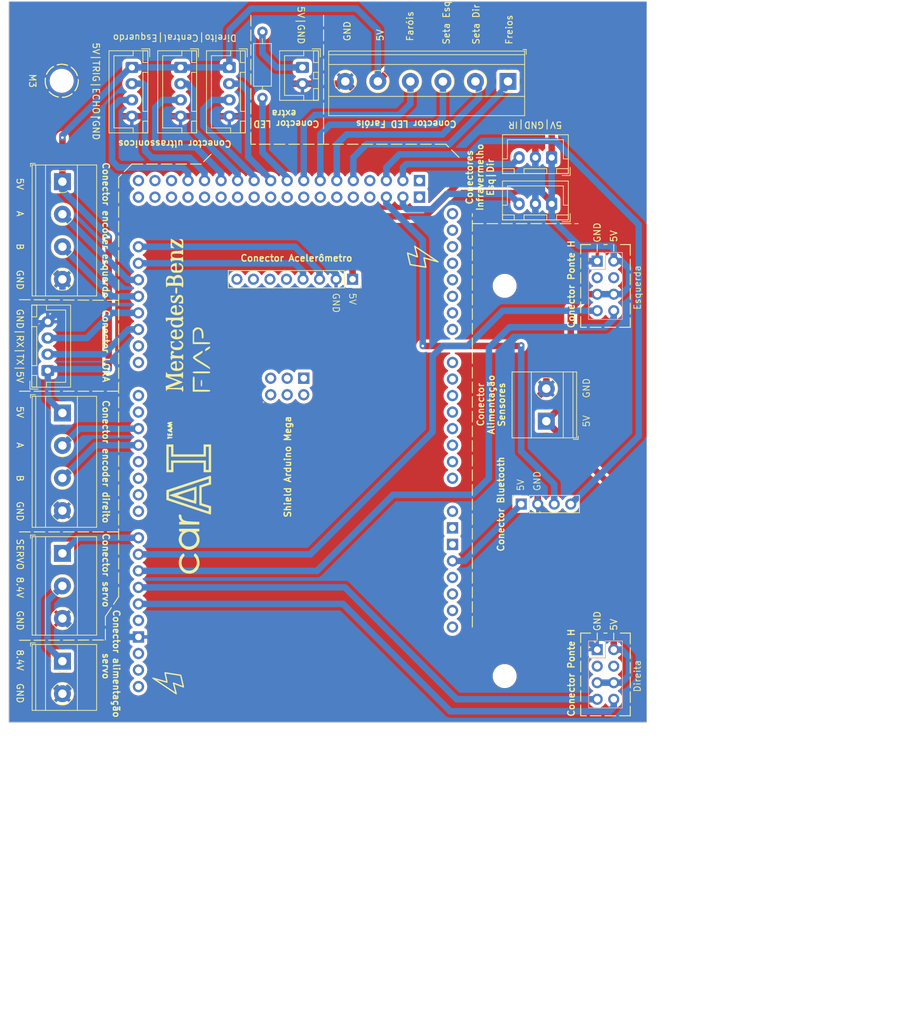
<source format=kicad_pcb>
(kicad_pcb (version 20221018) (generator pcbnew)
  (title_block (title "Shield Arduino Mega") (date "2023-09-07") (rev "2023-09-09"))
  (layers (0 "F.Cu" signal) (31 "B.Cu" signal) (34 "B.Paste" user) (35 "F.Paste" user) (36 "B.SilkS" user "B.Silkscreen") (37 "F.SilkS" user "F.Silkscreen") (38 "B.Mask" user) (39 "F.Mask" user) (44 "Edge.Cuts" user))
  (net 0 "")
  (net 2 "5V_Ard")
  (net 27 "ECHO_1")
  (net 28 "TRIG_1")
  (net 29 "Servo")
  (net 30 "ME2")
  (net 31 "ME1")
  (net 32 "MD2")
  (net 33 "MD1")
  (net 37 "LORA_TX")
  (net 38 "LORA_RX")
  (net 39 "A_SDA")
  (net 40 "A_SCL")
  (net 42 "ECHO_2")
  (net 43 "TRIG_2")
  (net 44 "ECHO_3")
  (net 45 "TRIG_3")
  (net 52 "Earth")
  (net 67 "5V_Sen")
  (net 68 "HC6_1")
  (net 69 "HC6_2")
  (net 70 "IR1")
  (net 71 "IR2")
  (net 72 "LED_Farois")
  (net 73 "LED_Seta_Esq")
  (net 74 "LED_Seta_Dir")
  (net 75 "LED_Freios")
  (net 76 "LED_Extra")
  (net 77 "ENCODER_Dir_1")
  (net 78 "ENCODER_Dir_2")
  (net 79 "ENCODER_Esq_1")
  (net 80 "ENCODER_Esq_2")
  (net 81 "8.4V_Ser")
  (net 84 "Net-(J17-Pin_1)")
  (footprint "TerminalBlock_Phoenix:TerminalBlock_Phoenix_MKDS-1,5-4_1x04_P5.00mm_Horizontal" (layer "F.Cu") (at 110.347 50.543 -90)
    (fp_text reference "J6" hide)
    (fp_text value "ENCO_SW_Esq")
  )
  (footprint "TerminalBlock_Phoenix:TerminalBlock_Phoenix_MKDS-1,5-4_1x04_P5.00mm_Horizontal" (layer "F.Cu") (at 110.347 86.073 -90)
    (fp_text reference "J7" hide)
    (fp_text value "ENCO_SW_Dir")
  )
  (footprint "Connector_JST:JST_XH_B3B-XH-A_1x03_P2.50mm_Vertical" (layer "F.Cu") (at 185.531 46.844 180)
    (fp_text reference "J15" hide)
    (fp_text value "Conector IR direito")
  )
  (footprint "LOGO" (layer "F.Cu") (at 165.719 62.067 90)
    (fp_text reference "G***" hide)
    (fp_text value "LOGO" hide)
  )
  (footprint "Connector_PinSocket_2.54mm:PinSocket_1x08_P2.54mm_Vertical" (layer "F.Cu") (at 154.94 65.532 -90)
    (fp_text reference "J9" hide)
    (fp_text value "Conector Acelerometro")
  )
  (footprint "Resistor_THT:R_Axial_DIN0207_L6.3mm_D2.5mm_P10.16mm_Horizontal" (layer "F.Cu") (at 141.088654 27.523 -90)
    (fp_text reference "R1" hide)
    (fp_text value "R")
  )
  (footprint "LOGO" (layer "F.Cu") (at 129.651 76.799 90)
    (fp_text reference "G***" hide)
    (fp_text value "LOGO" hide)
  )
  (footprint "TerminalBlock_Phoenix:TerminalBlock_Phoenix_MKDS-1,5-2_1x02_P5.00mm_Horizontal" (layer "F.Cu") (at 184.709 87.336 90)
    (fp_text reference "J5" hide)
    (fp_text value "Conector alimentacao sensores")
  )
  (footprint "TerminalBlock_Phoenix:TerminalBlock_Phoenix_MKDS-1,5-6_1x06_P5.00mm_Horizontal" (layer "F.Cu") (at 178.82109 35.143 180)
    (fp_text reference "J16" hide)
    (fp_text value "Conector LED Faróis")
  )
  (footprint "Connector_JST:JST_XH_B4B-XH-A_1x04_P2.50mm_Vertical" (layer "F.Cu") (at 121.015 32.993 -90)
    (fp_text reference "J11" hide)
    (fp_text value "Conector ultrassonico esquerdo")
  )
  (footprint "Connector_PinSocket_2.54mm:PinSocket_1x04_P2.54mm_Vertical" (layer "F.Cu") (at 180.848 100.076 90)
    (fp_text reference "J8" hide)
    (fp_text value "Conector bluetooth")
  )
  (footprint "Connector_JST:JST_XH_B3B-XH-A_1x03_P2.50mm_Vertical" (layer "F.Cu") (at 185.531 53.956 180)
    (fp_text reference "J14" hide)
    (fp_text value "Conector IR esquerdo")
  )
  (footprint "PCM_arduino-library:Arduino_Mega2560_R3_Shield_No_Holes" (layer "F.Cu") (at 172.831 146.903 90)
    (fp_text reference "XA1" hide)
    (fp_text value "Arduino_Mega2560_Shield_Mod")
  )
  (footprint "MountingHole:MountingHole_3.2mm_M3" (layer "F.Cu") (at 178.308 66.548)
    (fp_text reference "REF**" hide)
    (fp_text value "MountingHole_3.2mm_M3")
  )
  (footprint "Connector_JST:JST_XH_B4B-XH-A_1x04_P2.50mm_Vertical" (layer "F.Cu") (at 135.997436 32.993 -90)
    (fp_text reference "J13" hide)
    (fp_text value "Conector ultrassonico direito")
  )
  (footprint "TerminalBlock_Phoenix:TerminalBlock_Phoenix_MKDS-1,5-2_1x02_P5.00mm_Horizontal" (layer "F.Cu") (at 110.347 124.203 -90)
    (fp_text reference "J4" hide)
    (fp_text value "Conector alimentacao servo")
  )
  (footprint "TerminalBlock_Phoenix:TerminalBlock_Phoenix_MKDS-1,5-3_1x03_P5.00mm_Horizontal" (layer "F.Cu") (at 110.347 107.638 -90)
    (fp_text reference "J3" hide)
    (fp_text value "Conector servo")
  )
  (footprint "Connector_JST:JST_XH_B2B-XH-A_1x02_P2.50mm_Vertical" (layer "F.Cu") (at 147.229872 32.993 -90)
    (fp_text reference "J17" hide)
    (fp_text value "Conector LED Extra")
  )
  (footprint "LOGO" (layer "F.Cu") (at 126.603 127.599 -90)
    (fp_text reference "G***" hide)
    (fp_text value "LOGO" hide)
  )
  (footprint "MountingHole:MountingHole_3.2mm_M3" (layer "F.Cu") (at 110.236 35.052)
    (fp_text reference "REF**" hide)
    (fp_text value "MountingHole_3.2mm_M3")
  )
  (footprint "Connector_JST:JST_XH_B4B-XH-A_1x04_P2.50mm_Vertical" (layer "F.Cu") (at 128.506218 32.993 -90)
    (fp_text reference "J12" hide)
    (fp_text value "Conector ultrassonico central")
  )
  (footprint "Connector_JST:JST_XH_B4B-XH-A_1x04_P2.50mm_Vertical" (layer "F.Cu") (at 108.097 79.558 90)
    (fp_text reference "J10" hide)
    (fp_text value "Conector LORA")
  )
  (footprint "MountingHole:MountingHole_3.2mm_M3" (layer "F.Cu") (at 178.308 126.492)
    (fp_text reference "REF**" hide)
    (fp_text value "MountingHole_3.2mm_M3")
  )
  (footprint "Connector_PinSocket_2.54mm:PinSocket_2x04_P2.54mm_Vertical" (layer "B.Cu") (at 192.532 62.748 180)
    (fp_text reference "J1" hide)
    (fp_text value "Conector motor esquerdo")
  )
  (footprint "Connector_PinSocket_2.54mm:PinSocket_2x04_P2.54mm_Vertical" (layer "B.Cu") (at 192.532 122.428 180)
    (fp_text reference "J2" hide)
    (fp_text value "Conector motor direito")
  )
  (gr_line (start 139.303 24.983) (end 139.303 44.795) (stroke (width 0.15) (type dash)) (layer "F.SilkS"))
  (gr_line (start 173.339 56.987) (end 189.595 56.987) (stroke (width 0.15) (type dash)) (layer "F.SilkS"))
  (gr_line (start 150.479 24.983) (end 150.479 44.795) (stroke (width 0.15) (type dash)) (layer "F.SilkS"))
  (gr_line (start 121.015 47.843) (end 118.983 49.875) (stroke (width 0.15) (type dash)) (layer "F.SilkS"))
  (gr_line (start 171.307 46.827) (end 169.275 44.795) (stroke (width 0.15) (type dash)) (layer "F.SilkS"))
  (gr_line (start 116.951 117.348) (end 118.983 114.3) (stroke (width 0.15) (type dash)) (layer "F.SilkS"))
  (gr_line (start 197.612 132.588) (end 189.992 132.588) (stroke (width 0.15) (type dash)) (layer "F.SilkS"))
  (gr_line (start 189.992 119.888) (end 191.516 119.888) (stroke (width 0.15) (type dash)) (layer "F.SilkS"))
  (gr_line (start 195.072 119.888) (end 195.072 120.904) (stroke (width 0.15)) (layer "F.SilkS"))
  (gr_line (start 103.743 120.995) (end 116.951 120.947928) (stroke (width 0.15) (type dash)) (layer "F.SilkS"))
  (gr_line (start 189.992 72.908) (end 189.992 60.208) (stroke (width 0.15) (type dash)) (layer "F.SilkS"))
  (gr_line (start 103.743 68.671) (end 118.992784 68.779528) (stroke (width 0.15) (type dash)) (layer "F.SilkS"))
  (gr_line (start 193.548 60.208) (end 194.056 60.208) (stroke (width 0.15)) (layer "F.SilkS"))
  (gr_line (start 197.612 119.888) (end 197.612 132.588) (stroke (width 0.15) (type dash)) (layer "F.SilkS"))
  (gr_line (start 197.612 72.908) (end 189.992 72.908) (stroke (width 0.15) (type dash)) (layer "F.SilkS"))
  (gr_circle (center 110.236 35.052) (end 112.776 35.052) (stroke (width 0.15) (type dash)) (fill none) (layer "F.SilkS"))
  (gr_line (start 173.339 118.963) (end 173.339 67.147) (stroke (width 0.15) (type dash)) (layer "F.SilkS"))
  (gr_line (start 192.532 119.888) (end 192.532 120.904) (stroke (width 0.15)) (layer "F.SilkS"))
  (gr_line (start 131.683 47.843) (end 121.015 47.843) (stroke (width 0.15) (type dash)) (layer "F.SilkS"))
  (gr_line (start 103.743 82.732206) (end 119.008748 82.732206) (stroke (width 0.15) (type dash)) (layer "F.SilkS"))
  (gr_line (start 189.992 132.588) (end 189.992 119.888) (stroke (width 0.15) (type dash)) (layer "F.SilkS"))
  (gr_line (start 196.088 60.208) (end 197.612 60.208) (stroke (width 0.15) (type dash)) (layer "F.SilkS"))
  (gr_line (start 169.275 44.795) (end 139.303 44.795) (stroke (width 0.15) (type dash)) (layer "F.SilkS"))
  (gr_line (start 192.532 60.208) (end 192.532 61.224) (stroke (width 0.15)) (layer "F.SilkS"))
  (gr_line (start 116.951 120.947928) (end 116.951 117.348) (stroke (width 0.15) (type dash)) (layer "F.SilkS"))
  (gr_line (start 193.548 119.888) (end 194.056 119.888) (stroke (width 0.15)) (layer "F.SilkS"))
  (gr_line (start 103.743 104.343013) (end 119.049446 104.343013) (stroke (width 0.15) (type dash)) (layer "F.SilkS"))
  (gr_line (start 189.992 60.208) (end 191.516 60.208) (stroke (width 0.15) (type dash)) (layer "F.SilkS"))
  (gr_line (start 173.339 67.147) (end 173.339 55.463) (stroke (width 0.15) (type dash)) (layer "F.SilkS"))
  (gr_line (start 197.612 60.208) (end 197.612 72.908) (stroke (width 0.15) (type dash)) (layer "F.SilkS"))
  (gr_line (start 133.207 46.319) (end 131.683 47.843) (stroke (width 0.15) (type dash)) (layer "F.SilkS"))
  (gr_line (start 195.072 60.208) (end 195.072 61.224) (stroke (width 0.15)) (layer "F.SilkS"))
  (gr_line (start 118.983 49.875) (end 118.983 114.3) (stroke (width 0.15) (type dash)) (layer "F.SilkS"))
  (gr_line (start 196.088 119.888) (end 197.612 119.888) (stroke (width 0.15) (type dash)) (layer "F.SilkS"))
  (gr_rect (start 102.108 22.86) (end 200.152 133.604) (stroke (width 0.1)) (fill none) (layer "Edge.Cuts"))
  (gr_text "5V" (at 190.297 87.336 90) (layer "F.SilkS") (effects (font (size 1 1) (thickness 0.125)) (justify top)))
  (gr_text "GND" (at 192.532 59.984435 90) (layer "F.SilkS") (effects (font (size 1 1)) (justify left)))
  (gr_text "5V|TRIG|ECHO|GND" (at 114.919 36.667 270) (layer "F.SilkS") (effects (font (size 1 1)) (justify bottom)))
  (gr_text "Shield Arduino Mega" (at 144.383 86.451 90) (layer "F.SilkS") (effects (font (size 1 1) (thickness 0.2) bold) (justify right top)))
  (gr_text "Conector Acelerômetro" (at 146.304 61.707) (layer "F.SilkS") (effects (font (size 1 1) (thickness 0.2) bold) (justify top)))
  (gr_text "SERVO" (at 103.235 107.787 270) (layer "F.SilkS") (effects (font (size 1 1)) (justify bottom)))
  (gr_text "GND|RX|TX|5V" (at 103.235 75.783 270) (layer "F.SilkS") (effects (font (size 1 1)) (justify bottom)))
  (gr_text "GND" (at 103.235 65.623 270) (layer "F.SilkS") (effects (font (size 1 1)) (justify bottom)))
  (gr_text "Conector encoder direito" (at 116.443 93.563 270) (layer "F.SilkS") (effects (font (size 1 1) (thickness 0.2) bold) (justify bottom)))
  (gr_text "Conector LORA" (at 116.443 75.783 270) (layer "F.SilkS") (effects (font (size 1 1) (thickness 0.2) bold) (justify bottom)))
  (gr_text "A" (at 103.235 55.463 270) (layer "F.SilkS") (effects (font (size 1 1)) (justify bottom)))
  (gr_text "5V" (at 195.08961 59.920121 90) (layer "F.SilkS") (effects (font (size 1 1)) (justify left)))
  (gr_text "5V|GND|IR" (at 182.991 41.239 180) (layer "F.SilkS") (effects (font (size 1 1)) (justify bottom)))
  (gr_text "Conector LED Faróis" (at 163.179 42.255 180) (layer "F.SilkS") (effects (font (size 1 1) (thickness 0.2) bold) (justify top)))
  (gr_text "Conector Bluetooth" (at 178.308 100.076 90) (layer "F.SilkS") (effects (font (size 1 1) (thickness 0.2) bold) (justify bottom)))
  (gr_text "Freios" (at 178.419 29.555 90) (layer "F.SilkS") (effects (font (size 1 1)) (justify left top)))
  (gr_text "Conector Ponte H" (at 187.96 125.984 90) (layer "F.SilkS") (effects (font (size 1 1) (thickness 0.2) bold) (justify top)))
  (gr_text "GND" (at 190.297 82.256 90) (layer "F.SilkS") (effects (font (size 1 1) (thickness 0.125)) (justify top)))
  (gr_text "5V|GND" (at 146.415 26.507 270) (layer "F.SilkS") (effects (font (size 1 1)) (justify bottom)))
  (gr_text "Direito|Central|Esquerdo" (at 127.619 29.047 180) (layer "F.SilkS") (effects (font (size 1 1)) (justify top)))
  (gr_text "GND" (at 103.235 117.947 270) (layer "F.SilkS") (effects (font (size 1 1)) (justify bottom)))
  (gr_text "GND" (at 192.532 119.664435 90) (layer "F.SilkS") (effects (font (size 1 1)) (justify left)))
  (gr_text "GND" (at 183.297 98.135 90) (layer "F.SilkS") (effects (font (size 1 1) (thickness 0.125)) (justify left)))
  (gr_text "Direita" (at 198.12 126.492 90) (layer "F.SilkS") (effects (font (size 1 1) (thickness 0.125)) (justify top)))
  (gr_text "Conector servo" (at 116.443 110.236 270) (layer "F.SilkS") (effects (font (size 1 1) (thickness 0.2) bold) (justify bottom)))
  (gr_text "5V" (at 180.757 98.135 90) (layer "F.SilkS") (effects (font (size 1 1) (thickness 0.125)) (justify left)))
  (gr_text "M3" (at 105.156 35.052 -90) (layer "F.SilkS") (effects (font (size 1 1)) (justify bottom)))
  (gr_text "Esquerda" (at 198.12 66.812 90) (layer "F.SilkS") (effects (font (size 1 1) (thickness 0.125)) (justify top)))
  (gr_text "GND" (at 153.527 29.047 90) (layer "F.SilkS") (effects (font (size 1 1)) (justify left top)))
  (gr_text "5V" (at 154.94 67.564 -90) (layer "F.SilkS") (effects (font (size 1 1) (thickness 0.125)) (justify left)))
  (gr_text "8.4V" (at 103.235 112.867 270) (layer "F.SilkS") (effects (font (size 1 1)) (justify bottom)))
  (gr_text "5V" (at 103.235 85.943 270) (layer "F.SilkS") (effects (font (size 1 1)) (justify bottom)))
  (gr_text "Conector encoder esquerdo" (at 116.443 58.003 270) (layer "F.SilkS") (effects (font (size 1 1) (thickness 0.2) bold) (justify bottom)))
  (gr_text "B" (at 103.235 96.103 270) (layer "F.SilkS") (effects (font (size 1 1)) (justify bottom)))
  (gr_text "Conector alimentação \nservo" (at 116.443 124.968 270) (layer "F.SilkS") (effects (font (size 1 1) (thickness 0.2) bold) (justify bottom)))
  (gr_text "Conectores\nInfravermelho\nEsq|Dir" (at 172.323 49.875 90) (layer "F.SilkS") (effects (font (size 1 1) (thickness 0.2) bold) (justify top)))
  (gr_text "5V" (at 195.08961 119.600121 90) (layer "F.SilkS") (effects (font (size 1 1)) (justify left)))
  (gr_text "Faróis" (at 163.179 29.047 90) (layer "F.SilkS") (effects (font (size 1 1)) (justify left top)))
  (gr_text "5V" (at 158.607 29.047 90) (layer "F.SilkS") (effects (font (size 1 1)) (justify left top)))
  (gr_text "Conector LED \nextra" (at 144.383 42.255 180) (layer "F.SilkS") (effects (font (size 1 1) (thickness 0.2) bold) (justify top)))
  (gr_text "Conector ultrassonicos" (at 127.619 45.303 180) (layer "F.SilkS") (effects (font (size 1 1) (thickness 0.2) bold) (justify top)))
  (gr_text "8.4V" (at 103.235 124.043 270) (layer "F.SilkS") (effects (font (size 1 1)) (justify bottom)))
  (gr_text "GND" (at 152.4 67.564 -90) (layer "F.SilkS") (effects (font (size 1 1) (thickness 0.125)) (justify left)))
  (gr_text "B" (at 103.235 60.543 270) (layer "F.SilkS") (effects (font (size 1 1)) (justify bottom)))
  (gr_text "Seta Esq" (at 168.767 29.555 90) (layer "F.SilkS") (effects (font (size 1 1)) (justify left top)))
  (gr_text "5V" (at 103.235 50.891 270) (layer "F.SilkS") (effects (font (size 1 1)) (justify bottom)))
  (gr_text "A" (at 103.235 91.023 270) (layer "F.SilkS") (effects (font (size 1 1)) (justify bottom)))
  (gr_text "GND" (at 103.235 129.123 270) (layer "F.SilkS") (effects (font (size 1 1)) (justify bottom)))
  (gr_text "Conector Ponte H" (at 187.96 66.304 90) (layer "F.SilkS") (effects (font (size 1 1) (thickness 0.2) bold) (justify top)))
  (gr_text "Conector\nAlimentação\nSensores" (at 174.041 84.796 90) (layer "F.SilkS") (effects (font (size 1 1) (thickness 0.2) bold) (justify top)))
  (gr_text "Seta Dir" (at 173.339 29.555 90) (layer "F.SilkS") (effects (font (size 1 1)) (justify left top)))
  (gr_text "GND" (at 103.235 101.183 270) (layer "F.SilkS") (effects (font (size 1 1)) (justify bottom)))
  (segment (start 172.121 108.803) (end 170.291 108.803) (width 1) (layer "B.Cu") (net 2))
  (segment (start 180.848 100.076) (end 172.121 108.803) (width 1) (layer "B.Cu") (net 2))
  (segment (start 129.651 49.161686) (end 128.840314 48.351) (width 1) (layer "B.Cu") (net 27))
  (segment (start 129.651 50.383) (end 129.651 49.161686) (width 1) (layer "B.Cu") (net 27))
  (segment (start 119.181 37.993) (end 121.015 37.993) (width 1) (layer "B.Cu") (net 27))
  (segment (start 118.983 48.351) (end 117.967 47.335) (width 1) (layer "B.Cu") (net 27))
  (segment (start 117.967 47.335) (end 117.967 39.207) (width 1) (layer "B.Cu") (net 27))
  (segment (start 117.967 39.207) (end 119.181 37.993) (width 1) (layer "B.Cu") (net 27))
  (segment (start 128.840314 48.351) (end 118.983 48.351) (width 1) (layer "B.Cu") (net 27))
  (segment (start 132.191 49.161686) (end 132.191 50.383) (width 1) (layer "B.Cu") (net 28))
  (segment (start 129.880314 46.851) (end 132.191 49.161686) (width 1) (layer "B.Cu") (net 28))
  (segment (start 124.087 46.851) (end 129.880314 46.851) (width 1) (layer "B.Cu") (net 28))
  (segment (start 123.047 35.8) (end 123.047 45.811) (width 1) (layer "B.Cu") (net 28))
  (segment (start 123.047 45.811) (end 124.087 46.851) (width 1) (layer "B.Cu") (net 28))
  (segment (start 121.015 35.493) (end 122.74 35.493) (width 1) (layer "B.Cu") (net 28))
  (segment (start 122.74 35.493) (end 123.047 35.8) (width 1) (layer "B.Cu") (net 28))
  (segment (start 112.738 105.247) (end 122.031 105.247) (width 1) (layer "B.Cu") (net 29))
  (segment (start 110.347 107.638) (end 112.738 105.247) (width 1) (layer "B.Cu") (net 29))
  (segment (start 172.629 75.783) (end 178.044 70.368) (width 1) (layer "B.Cu") (net 30))
  (segment (start 167.243 77.307) (end 168.767 75.783) (width 1) (layer "B.Cu") (net 30))
  (segment (start 148.447 107.787) (end 167.243 88.991) (width 1) (layer "B.Cu") (net 30))
  (segment (start 167.243 88.991) (end 167.243 77.307) (width 1) (layer "B.Cu") (net 30))
  (segment (start 122.031 107.787) (end 148.447 107.787) (width 1) (layer "B.Cu") (net 30))
  (segment (start 178.044 70.368) (end 192.532 70.368) (width 1) (layer "B.Cu") (net 30))
  (segment (start 168.767 75.783) (end 172.629 75.783) (width 1) (layer "B.Cu") (net 30))
  (segment (start 149.463 110.327) (end 122.031 110.327) (width 1) (layer "B.Cu") (net 31))
  (segment (start 175.879 96.103) (end 173.339 98.643) (width 1) (layer "B.Cu") (net 31))
  (segment (start 195.072 71.570081) (end 193.744081 72.898) (width 1) (layer "B.Cu") (net 31))
  (segment (start 193.744081 72.898) (end 179.07 72.898) (width 1) (layer "B.Cu") (net 31))
  (segment (start 175.879 76.089) (end 175.879 96.103) (width 1) (layer "B.Cu") (net 31))
  (segment (start 161.147 98.643) (end 149.463 110.327) (width 1) (layer "B.Cu") (net 31))
  (segment (start 179.07 72.898) (end 175.879 76.089) (width 1) (layer "B.Cu") (net 31))
  (segment (start 195.072 70.368) (end 195.072 71.570081) (width 1) (layer "B.Cu") (net 31))
  (segment (start 173.339 98.643) (end 161.147 98.643) (width 1) (layer "B.Cu") (net 31))
  (segment (start 170.927572 130.048) (end 192.532 130.048) (width 1) (layer "B.Cu") (net 32))
  (segment (start 153.746572 112.867) (end 170.927572 130.048) (width 1) (layer "B.Cu") (net 32))
  (segment (start 122.031 112.867) (end 153.746572 112.867) (width 1) (layer "B.Cu") (net 32))
  (segment (start 169.949144 131.898) (end 194.424081 131.898) (width 1) (layer "B.Cu") (net 33))
  (segment (start 153.458144 115.407) (end 169.949144 131.898) (width 1) (layer "B.Cu") (net 33))
  (segment (start 195.072 131.250081) (end 195.072 130.048) (width 1) (layer "B.Cu") (net 33))
  (segment (start 194.424081 131.898) (end 195.072 131.250081) (width 1) (layer "B.Cu") (net 33))
  (segment (start 122.031 115.407) (end 153.458144 115.407) (width 1) (layer "B.Cu") (net 33))
  (segment (start 120.507 73.243) (end 122.031 73.243) (width 1) (layer "B.Cu") (net 37))
  (segment (start 116.692 77.058) (end 120.507 73.243) (width 1) (layer "B.Cu") (net 37))
  (segment (start 108.097 77.058) (end 116.692 77.058) (width 1) (layer "B.Cu") (net 37))
  (segment (start 117.967 70.703) (end 122.031 70.703) (width 1) (layer "B.Cu") (net 38))
  (segment (start 108.097 74.558) (end 114.112 74.558) (width 1) (layer "B.Cu") (net 38))
  (segment (start 114.112 74.558) (end 117.967 70.703) (width 1) (layer "B.Cu") (net 38))
  (segment (start 146.073081 63.083) (end 122.031 63.083) (width 1) (layer "B.Cu") (net 39))
  (segment (start 147.32 64.329919) (end 146.073081 63.083) (width 1) (layer "B.Cu") (net 39))
  (segment (start 147.32 65.532) (end 147.32 64.329919) (width 1) (layer "B.Cu") (net 39))
  (segment (start 146.073081 60.543) (end 122.031 60.543) (width 1) (layer "B.Cu") (net 40))
  (segment (start 149.86 64.329919) (end 146.073081 60.543) (width 1) (layer "B.Cu") (net 40))
  (segment (start 149.86 65.532) (end 149.86 64.329919) (width 1) (layer "B.Cu") (net 40))
  (segment (start 134.731 49.161686) (end 130.827654 45.25834) (width 1) (layer "B.Cu") (net 42))
  (segment (start 134.731 50.383) (end 134.731 49.161686) (width 1) (layer "B.Cu") (net 42))
  (segment (start 125.785 37.993) (end 128.506218 37.993) (width 1) (layer "B.Cu") (net 42))
  (segment (start 124.61566 39.16234) (end 125.785 37.993) (width 1) (layer "B.Cu") (net 42))
  (segment (start 124.61566 45.25834) (end 124.61566 39.16234) (width 1) (layer "B.Cu") (net 42))
  (segment (start 130.827654 45.25834) (end 124.61566 45.25834) (width 1) (layer "B.Cu") (net 42))
  (segment (start 137.271 49.367) (end 137.271 50.383) (width 1) (layer "B.Cu") (net 43))
  (segment (start 130.481218 42.577218) (end 137.271 49.367) (width 1) (layer "B.Cu") (net 43))
  (segment (start 128.506218 35.493) (end 129.493 35.493) (width 1) (layer "B.Cu") (net 43))
  (segment (start 129.493 35.493) (end 130.481218 36.481218) (width 1) (layer "B.Cu") (net 43))
  (segment (start 130.481218 36.481218) (end 130.481218 42.577218) (width 1) (layer "B.Cu") (net 43))
  (segment (start 132.007878 41.982558) (end 139.811 49.78568) (width 1) (layer "B.Cu") (net 44))
  (segment (start 132.007878 39.390122) (end 132.007878 41.982558) (width 1) (layer "B.Cu") (net 44))
  (segment (start 133.405 37.993) (end 132.007878 39.390122) (width 1) (layer "B.Cu") (net 44))
  (segment (start 135.997436 37.993) (end 133.405 37.993) (width 1) (layer "B.Cu") (net 44))
  (segment (start 139.811 49.78568) (end 139.811 50.383) (width 1) (layer "B.Cu") (net 44))
  (segment (start 138.88432 36.654884) (end 138.88432 46.73768) (width 1) (layer "B.Cu") (net 45))
  (segment (start 142.351 50.20436) (end 142.351 50.383) (width 1) (layer "B.Cu") (net 45))
  (segment (start 138.88432 46.73768) (end 142.351 50.20436) (width 1) (layer "B.Cu") (net 45))
  (segment (start 135.997436 35.493) (end 137.722436 35.493) (width 1) (layer "B.Cu") (net 45))
  (segment (start 137.722436 35.493) (end 138.88432 36.654884) (width 1) (layer "B.Cu") (net 45))
  (segment (start 177.119 39.207) (end 157.88509 39.207) (width 1) (layer "F.Cu") (net 52))
  (segment (start 180.848 86.197) (end 180.848 91.948) (width 1) (layer "F.Cu") (net 52))
  (segment (start 180.848 91.948) (end 183.388 94.488) (width 1) (layer "F.Cu") (net 52))
  (segment (start 115.935 40.731) (end 116.173 40.493) (width 1) (layer "F.Cu") (net 52))
  (segment (start 184.709 82.336) (end 180.848 86.197) (width 1) (layer "F.Cu") (net 52))
  (segment (start 137.509 40.493) (end 138.795 39.207) (width 1) (layer "F.Cu") (net 52))
  (segment (start 184.709 68.721) (end 190.682 62.748) (width 1) (layer "F.Cu") (net 52))
  (segment (start 116.173 40.493) (end 135.997436 40.493) (width 1) (layer "F.Cu") (net 52))
  (segment (start 147.229872 35.493) (end 153.47109 35.493) (width 1) (layer "F.Cu") (net 52))
  (segment (start 138.795 39.207) (end 138.795 36.667) (width 1) (layer "F.Cu") (net 52))
  (segment (start 153.47109 35.493) (end 153.82109 35.143) (width 1) (layer "F.Cu") (net 52))
  (segment (start 183.388 94.488) (end 183.388 100.076) (width 1) (layer "F.Cu") (net 52))
  (segment (start 183.031 45.119) (end 177.119 39.207) (width 1) (layer "F.Cu") (net 52))
  (segment (start 184.709 82.336) (end 184.709 68.721) (width 1) (layer "F.Cu") (net 52))
  (segment (start 183.031 46.844) (end 183.031 45.119) (width 1) (layer "F.Cu") (net 52))
  (segment (start 190.682 62.748) (end 192.532 62.748) (width 1) (layer "F.Cu") (net 52))
  (segment (start 135.997436 40.493) (end 137.509 40.493) (width 1) (layer "F.Cu") (net 52))
  (segment (start 139.969 35.493) (end 147.229872 35.493) (width 1) (layer "F.Cu") (net 52))
  (segment (start 157.88509 39.207) (end 153.82109 35.143) (width 1) (layer "F.Cu") (net 52))
  (segment (start 138.795 36.667) (end 139.969 35.493) (width 1) (layer "F.Cu") (net 52))
  (via (at 115.935 40.731) (size 0.8) (drill 0.4) (layers "F.Cu" "B.Cu") (net 52))
  (segment (start 183.031 56.539) (end 183.031 53.956) (width 1) (layer "B.Cu") (net 52))
  (segment (start 110.347 129.203) (end 113.196 126.354) (width 1) (layer "B.Cu") (net 52))
  (segment (start 121.92 56.388) (end 112.369 46.837) (width 1) (layer "B.Cu") (net 52))
  (segment (start 183.388 100.152296) (end 189.992 106.756296) (width 1) (layer "B.Cu") (net 52))
  (segment (start 110.347 65.543) (end 108.047 63.243) (width 1) (layer "B.Cu") (net 52))
  (segment (start 110.347 101.073) (end 106.122 96.848) (width 1) (layer "B.Cu") (net 52))
  (segment (start 108.047 63.243) (end 108.047 48.859) (width 1) (layer "B.Cu") (net 52))
  (segment (start 152.4 65.532) (end 152.4 64.748599) (width 1) (layer "B.Cu") (net 52))
  (segment (start 112.369 46.837) (end 112.369 44.297) (width 1) (layer "B.Cu") (net 52))
  (segment (start 189.992 106.756296) (end 189.992 119.888) (width 1) (layer "B.Cu") (net 52))
  (segment (start 106.547 104.873) (end 106.547 125.403) (width 1) (layer "B.Cu") (net 52))
  (segment (start 110.347 101.073) (end 106.547 104.873) (width 1) (layer "B.Cu") (net 52))
  (segment (start 113.196 120.487) (end 122.031 120.487) (width 1) (layer "B.Cu") (net 52))
  (segment (start 183.388 100.076) (end 183.388 100.152296) (width 1) (layer "B.Cu") (net 52))
  (segment (start 113.196 126.354) (end 113.196 120.487) (width 1) (layer "B.Cu") (net 52))
  (segment (start 110.347 65.543) (end 110.347 69.808) (width 1) (layer "B.Cu") (net 52))
  (segment (start 183.031 53.956) (end 183.031 46.844) (width 1) (layer "B.Cu") (net 52))
  (segment (start 108.047 48.859) (end 108.047 48.243) (width 1) (layer "B.Cu") (net 52))
  (segment (start 107.855705 72.058) (end 108.097 72.058) (width 1) (layer "B.Cu") (net 52))
  (segment (start 189.992 119.888) (end 192.532 122.428) (width 1) (layer "B.Cu") (net 52))
  (segment (start 112.369 44.297) (end 115.935 40.731) (width 1) (layer "B.Cu") (net 52))
  (segment (start 108.423 48.243) (end 112.369 44.297) (width 1) (layer "B.Cu") (net 52))
  (segment (start 106.547 125.403) (end 110.347 129.203) (width 1) (layer "B.Cu") (net 52))
  (segment (start 192.532 62.748) (end 189.24 62.748) (width 1) (layer "B.Cu") (net 52))
  (segment (start 106.122 96.848) (end 106.122 73.791705) (width 1) (layer "B.Cu") (net 52))
  (segment (start 183.381 54.306) (end 183.031 53.956) (width 1) (layer "B.Cu") (net 52))
  (segment (start 152.4 64.748599) (end 144.039401 56.388) (width 1) (layer "B.Cu") (net 52))
  (segment (start 110.347 117.638) (end 113.196 120.487) (width 1) (layer "B.Cu") (net 52))
  (segment (start 106.122 73.791705) (end 107.855705 72.058) (width 1) (layer "B.Cu") (net 52))
  (segment (start 189.24 62.748) (end 183.031 56.539) (width 1) (layer "B.Cu") (net 52))
  (segment (start 144.039401 56.388) (end 121.92 56.388) (width 1) (layer "B.Cu") (net 52))
  (segment (start 110.347 69.808) (end 108.097 72.058) (width 1) (layer "B.Cu") (net 52))
  (segment (start 108.047 48.243) (end 108.423 48.243) (width 1) (layer "B.Cu") (net 52))
  (segment (start 181.975 33.111) (end 179.943 31.079) (width 1) (layer "F.Cu") (net 67))
  (segment (start 110.347 43.779) (end 110.347 50.543) (width 1) (layer "F.Cu") (net 67))
  (segment (start 117.459 59.019) (end 117.459 79.339) (width 1) (layer "F.Cu") (net 67))
  (segment (start 166.116 55.88) (end 171.196 50.8) (width 1) (layer "F.Cu") (net 67))
  (segment (start 179.943 31.079) (end 162.88509 31.079) (width 1) (layer "F.Cu") (net 67))
  (segment (start 190.744 67.828) (end 192.532 67.828) (width 1) (layer "F.Cu") (net 67))
  (segment (start 154.94 58.928) (end 157.988 55.88) (width 1) (layer "F.Cu") (net 67))
  (segment (start 185.531 53.714705) (end 185.531 53.956) (width 1) (layer "F.Cu") (net 67))
  (segment (start 171.196 50.8) (end 182.616295 50.8) (width 1) (layer "F.Cu") (net 67))
  (segment (start 195.072 97.699) (end 195.072 122.428) (width 1) (layer "F.Cu") (net 67))
  (segment (start 188.468 70.104) (end 190.744 67.828) (width 1) (layer "F.Cu") (net 67))
  (segment (start 181.975 39.207) (end 181.975 33.111) (width 1) (layer "F.Cu") (net 67))
  (segment (start 182.616295 50.8) (end 185.531 53.714705) (width 1) (layer "F.Cu") (net 67))
  (segment (start 185.531 42.763) (end 181.975 39.207) (width 1) (layer "F.Cu") (net 67))
  (segment (start 162.88509 31.079) (end 158.82109 35.143) (width 1) (layer "F.Cu") (net 67))
  (segment (start 188.468 83.577) (end 188.468 70.104) (width 1) (layer "F.Cu") (net 67))
  (segment (start 184.709 87.336) (end 195.072 97.699) (width 1) (layer "F.Cu") (net 67))
  (segment (start 185.531 46.844) (end 185.531 42.763) (width 1) (layer "F.Cu") (net 67))
  (segment (start 154.94 65.532) (end 154.94 58.928) (width 1) (layer "F.Cu") (net 67))
  (segment (start 157.988 55.88) (end 166.116 55.88) (width 1) (layer "F.Cu") (net 67))
  (segment (start 184.709 87.336) (end 188.468 83.577) (width 1) (layer "F.Cu") (net 67))
  (via (at 117.459 79.339) (size 0.8) (drill 0.4) (layers "F.Cu" "B.Cu") (net 67))
  (via (at 110.347 43.779) (size 0.8) (drill 0.4) (layers "F.Cu" "B.Cu") (net 67))
  (via (at 117.459 59.019) (size 0.8) (drill 0.4) (layers "F.Cu" "B.Cu") (net 67))
  (segment (start 189.718428 60.398) (end 185.531 56.210572) (width 1) (layer "B.Cu") (net 67))
  (segment (start 195.072 60.588) (end 194.882 60.398) (width 1) (layer "B.Cu") (net 67))
  (segment (start 139.303 23.967) (end 135.997436 27.272564) (width 1) (layer "B.Cu") (net 67))
  (segment (start 155.559 23.967) (end 139.303 23.967) (width 1) (layer "B.Cu") (net 67))
  (segment (start 196.274081 62.748) (end 195.072 62.748) (width 1) (layer "B.Cu") (net 67))
  (segment (start 135.997436 32.993) (end 121.015 32.993) (width 1) (layer "B.Cu") (net 67))
  (segment (start 196.274081 67.828) (end 197.422 66.680081) (width 1) (layer "B.Cu") (net 67))
  (segment (start 197.422 66.680081) (end 197.422 63.895919) (width 1) (layer "B.Cu") (net 67))
  (segment (start 196.274081 122.428) (end 195.072 122.428) (width 1) (layer "B.Cu") (net 67))
  (segment (start 158.82109 27.22909) (end 155.559 23.967) (width 1) (layer "B.Cu") (net 67))
  (segment (start 185.531 46.844) (end 185.531 53.956) (width 1) (layer "B.Cu") (net 67))
  (segment (start 185.531 56.210572) (end 185.531 53.956) (width 1) (layer "B.Cu") (net 67))
  (segment (start 110.347 51.907) (end 117.459 59.019) (width 1) (layer "B.Cu") (net 67))
  (segment (start 195.072 62.748) (end 195.072 60.588) (width 1) (layer "B.Cu") (net 67))
  (segment (start 108.097 79.558) (end 108.097 83.823) (width 1) (layer "B.Cu") (net 67))
  (segment (start 120.773705 32.993) (end 110.347 43.419705) (width 1) (layer "B.Cu") (net 67))
  (segment (start 120.773705 32.993) (end 121.015 32.993) (width 1) (layer "B.Cu") (net 67))
  (segment (start 108.097 83.823) (end 110.347 86.073) (width 1) (layer "B.Cu") (net 67))
  (segment (start 197.422 123.575919) (end 196.274081 122.428) (width 1) (layer "B.Cu") (net 67))
  (segment (start 194.882 60.398) (end 189.718428 60.398) (width 1) (layer "B.Cu") (net 67))
  (segment (start 197.422 63.895919) (end 196.274081 62.748) (width 1) (layer "B.Cu") (net 67))
  (segment (start 185.531 53.956) (end 185.681 54.106) (width 1) (layer "B.Cu") (net 67))
  (segment (start 117.459 79.339) (end 108.316 79.339) (width 1) (layer "B.Cu") (net 67))
  (segment (start 195.072 67.828) (end 196.274081 67.828) (width 1) (layer "B.Cu") (net 67))
  (segment (start 158.82109 35.143) (end 158.82109 27.22909) (width 1) (layer "B.Cu") (net 67))
  (segment (start 108.316 79.339) (end 108.097 79.558) (width 1) (layer "B.Cu") (net 67))
  (segment (start 195.072 127.508) (end 196.274081 127.508) (width 1) (layer "B.Cu") (net 67))
  (segment (start 192.532 67.828) (end 195.072 67.828) (width 1) (layer "B.Cu") (net 67))
  (segment (start 197.422 126.360081) (end 197.422 123.575919) (width 1) (layer "B.Cu") (net 67))
  (segment (start 196.274081 127.508) (end 197.422 126.360081) (width 1) (layer "B.Cu") (net 67))
  (segment (start 195.072 127.508) (end 192.532 127.508) (width 1) (layer "B.Cu") (net 67))
  (segment (start 135.997436 27.272564) (end 135.997436 32.993) (width 1) (layer "B.Cu") (net 67))
  (segment (start 110.347 43.419705) (end 110.347 43.779) (width 1) (layer "B.Cu") (net 67))
  (segment (start 110.347 50.543) (end 110.347 51.907) (width 1) (layer "B.Cu") (net 67))
  (segment (start 180.757 75.783) (end 165.719 75.783) (width 1) (layer "F.Cu") (net 68))
  (segment (start 180.848 75.692) (end 180.757 75.783) (width 1) (layer "F.Cu") (net 68))
  (via (at 165.719 75.783) (size 0.8) (drill 0.4) (layers "F.Cu" "B.Cu") (net 68))
  (via (at 180.848 75.692) (size 0.8) (drill 0.4) (layers "F.Cu" "B.Cu") (net 68))
  (segment (start 180.848 91.948) (end 185.928 97.028) (width 1) (layer "B.Cu") (net 68))
  (segment (start 165.719 59.527) (end 160.131 53.939) (width 1) (layer "B.Cu") (net 68))
  (segment (start 185.928 97.028) (end 185.928 100.076) (width 1) (layer "B.Cu") (net 68))
  (segment (start 165.719 75.783) (end 165.719 59.527) (width 1) (layer "B.Cu") (net 68))
  (segment (start 180.848 75.692) (end 180.848 91.948) (width 1) (layer "B.Cu") (net 68))
  (segment (start 160.131 53.939) (end 160.131 52.923) (width 1) (layer "B.Cu") (net 68))
  (segment (start 186.066767 44.287) (end 198.922 57.142233) (width 1) (layer "B.Cu") (net 69))
  (segment (start 172.807 46.343) (end 174.863 44.287) (width 1) (layer "B.Cu") (net 69))
  (segment (start 198.922 89.622) (end 188.468 100.076) (width 1) (layer "B.Cu") (net 69))
  (segment (start 160.131 48.351) (end 162.139 46.343) (width 1) (layer "B.Cu") (net 69))
  (segment (start 162.139 46.343) (end 172.807 46.343) (width 1) (layer "B.Cu") (net 69))
  (segment (start 198.922 57.142233) (end 198.922 89.622) (width 1) (layer "B.Cu") (net 69))
  (segment (start 160.131 50.383) (end 160.131 48.351) (width 1) (layer "B.Cu") (net 69))
  (segment (start 174.863 44.287) (end 186.066767 44.287) (width 1) (layer "B.Cu") (net 69))
  (segment (start 178.99 52.415) (end 169.4462 52.415) (width 1) (layer "B.Cu") (net 70))
  (segment (start 163.313286 54.7866) (end 162.671 54.144314) (width 1) (layer "B.Cu") (net 70))
  (segment (start 180.531 53.956) (end 178.99 52.415) (width 1) (layer "B.Cu") (net 70))
  (segment (start 167.0746 54.7866) (end 163.313286 54.7866) (width 1) (layer "B.Cu") (net 70))
  (segment (start 162.671 54.144314) (end 162.671 52.923) (width 1) (layer "B.Cu") (net 70))
  (segment (start 169.4462 52.415) (end 167.0746 54.7866) (width 1) (layer "B.Cu") (net 70))
  (segment (start 180.531 46.844) (end 179.532 47.843) (width 1) (layer "B.Cu") (net 71))
  (segment (start 162.671 48.351) (end 162.671 50.383) (width 1) (layer "B.Cu") (net 71))
  (segment (start 179.532 47.843) (end 163.179 47.843) (width 1) (layer "B.Cu") (net 71))
  (segment (start 163.179 47.843) (end 162.671 48.351) (width 1) (layer "B.Cu") (net 71))
  (segment (start 163.82109 35.143) (end 163.82109 38.56491) (width 1) (layer "B.Cu") (net 72))
  (segment (start 162.091 40.295) (end 149.137 40.295) (width 1) (layer "B.Cu") (net 72))
  (segment (start 149.137 40.295) (end 147.431 42.001) (width 1) (layer "B.Cu") (net 72))
  (segment (start 163.82109 38.56491) (end 162.091 40.295) (width 1) (layer "B.Cu") (net 72))
  (segment (start 147.431 42.001) (end 147.431 50.383) (width 1) (layer "B.Cu") (net 72))
  (segment (start 168.82109 40.67691) (end 167.703 41.795) (width 1) (layer "B.Cu") (net 73))
  (segment (start 149.971 43.271) (end 149.971 50.383) (width 1) (layer "B.Cu") (net 73))
  (segment (start 168.82109 35.143) (end 168.82109 40.67691) (width 1) (layer "B.Cu") (net 73))
  (segment (start 167.703 41.795) (end 151.447 41.795) (width 1) (layer "B.Cu") (net 73))
  (segment (start 151.447 41.795) (end 149.971 43.271) (width 1) (layer "B.Cu") (net 73))
  (segment (start 173.82109 35.143) (end 174.355 35.143) (width 1) (layer "B.Cu") (net 74))
  (segment (start 168.743 43.295) (end 154.011 43.295) (width 1) (layer "B.Cu") (net 74))
  (segment (start 174.355 35.143) (end 174.355 37.683) (width 1) (layer "B.Cu") (net 74))
  (segment (start 152.511 44.795) (end 152.511 50.383) (width 1) (layer "B.Cu") (net 74))
  (segment (start 154.011 43.295) (end 152.511 44.795) (width 1) (layer "B.Cu") (net 74))
  (segment (start 174.355 37.683) (end 168.743 43.295) (width 1) (layer "B.Cu") (net 74))
  (segment (start 178.82109 35.75691) (end 169.783 44.795) (width 1) (layer "B.Cu") (net 75))
  (segment (start 169.783 44.795) (end 157.083 44.795) (width 1) (layer "B.Cu") (net 75))
  (segment (start 155.051 46.827) (end 155.051 50.383) (width 1) (layer "B.Cu") (net 75))
  (segment (start 178.82109 35.143) (end 178.82109 35.75691) (width 1) (layer "B.Cu") (net 75))
  (segment (start 157.083 44.795) (end 155.051 46.827) (width 1) (layer "B.Cu") (net 75))
  (segment (start 144.891 49.875) (end 144.891 50.383) (width 1) (layer "B.Cu") (net 76))
  (segment (start 141.088654 37.683) (end 141.088654 46.072654) (width 1) (layer "B.Cu") (net 76))
  (segment (start 141.088654 46.072654) (end 144.891 49.875) (width 1) (layer "B.Cu") (net 76))
  (segment (start 117.967 68.163) (end 122.031 68.163) (width 1) (layer "B.Cu") (net 77))
  (segment (start 110.347 60.543) (end 117.967 68.163) (width 1) (layer "B.Cu") (net 77))
  (segment (start 110.347 55.543) (end 120.427 65.623) (width 1) (layer "B.Cu") (net 78))
  (segment (start 120.427 65.623) (end 122.031 65.623) (width 1) (layer "B.Cu") (net 78))
  (segment (start 112.937 88.483) (end 122.031 88.483) (width 1) (layer "B.Cu") (net 79))
  (segment (start 110.347 91.073) (end 112.937 88.483) (width 1) (layer "B.Cu") (net 79))
  (segment (start 115.397 91.023) (end 122.031 91.023) (width 1) (layer "B.Cu") (net 80))
  (segment (start 110.347 96.073) (end 115.397 91.023) (width 1) (layer "B.Cu") (net 80))
  (segment (start 108.047 114.938) (end 108.047 121.903) (width 1) (layer "B.Cu") (net 81))
  (segment (start 110.347 112.638) (end 108.047 114.938) (width 1) (layer "B.Cu") (net 81))
  (segment (start 108.047 121.903) (end 110.347 124.203) (width 1) (layer "B.Cu") (net 81))
  (segment (start 141.088654 30.832654) (end 141.088654 27.523) (width 1) (layer "B.Cu") (net 84))
  (segment (start 147.229872 32.993) (end 143.249 32.993) (width 1) (layer "B.Cu") (net 84))
  (segment (start 143.249 32.993) (end 141.088654 30.832654) (width 1) (layer "B.Cu") (net 84))
  (zone (net 52) (net_name "Earth") (layers "F&B.Cu") (connect_pads (clearance 0.5)) (min_thickness 0.25) (fill yes (thermal_gap 0.5) (thermal_bridge_width 0.5))
    (polygon (pts (xy 102.108 22.86) (xy 200.152 22.86) (xy 200.152 133.604) (xy 102.108 133.604)))
  )
)
</source>
